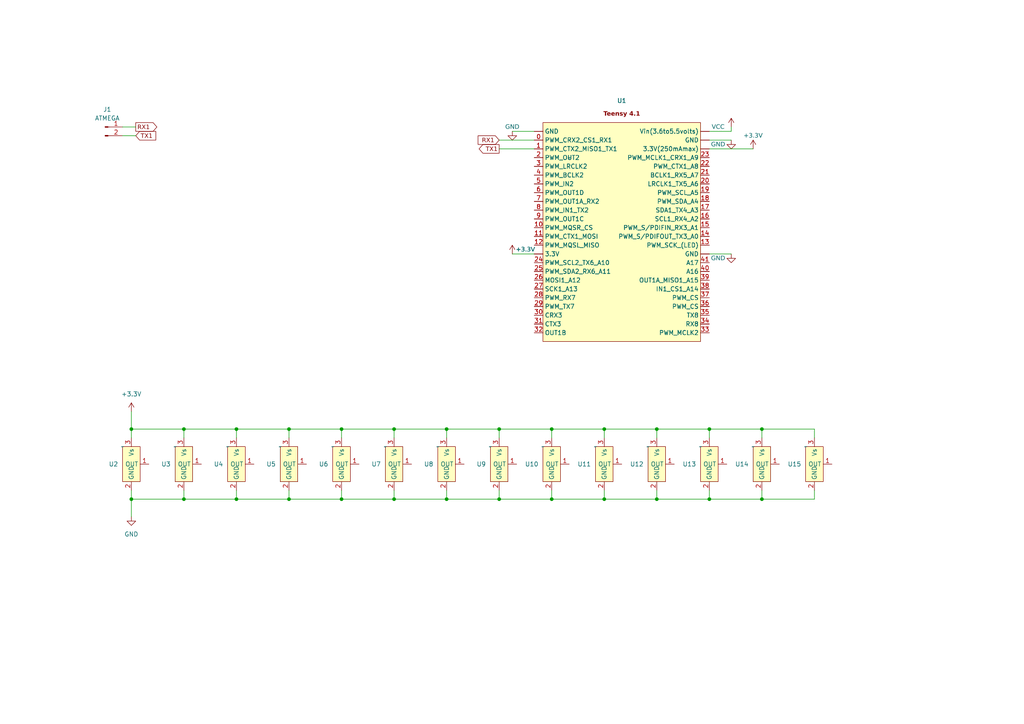
<source format=kicad_sch>
(kicad_sch (version 20230121) (generator eeschema)
  (paper "A4")
  (lib_symbols
    (symbol "@admixSymbols:TSSP58038"
      (property "Reference" "U" (at -2.54 0 0))
      (symbol "TSSP58038_1_1"
        (rectangle (start -2.54 5.08) (end 2.54 -5.08) (fill (type background)))
        (pin passive line (at 5.08 0 180) (length 2.54) (name "OUT") (number "1"))
        (pin passive line (at 0 -7.62 90) (length 2.54) (name "GND") (number "2"))
        (pin passive line (at 0 7.62 270) (length 2.54) (name "Vs") (number "3"))
      )
    )
    (symbol "@admixSymbols:teensy_4.1"
      (property "Reference" "U" (at 0 -5.08 0))
      (symbol "teensy_4.1_1_1"
        (rectangle (start -22.86 33.02) (end 22.86 -30.48) (fill (type background)))
        (text "Teensy 4.1" (at 0 35.56 0) (effects (font (size 1.27 1.27) bold)))
        (pin passive line (at -25.4 -5.08 0) (length 2.54) (name "3.3V") (number ""))
        (pin passive line (at 25.4 25.4 180) (length 2.54) (name "3.3V(250mAmax)") (number ""))
        (pin passive line (at -25.4 30.48 0) (length 2.54) (name "GND") (number ""))
        (pin passive line (at 25.4 -5.08 180) (length 2.54) (name "GND") (number ""))
        (pin passive line (at 25.4 27.94 180) (length 2.54) (name "GND") (number ""))
        (pin passive line (at 25.4 30.48 180) (length 2.54) (name "Vin(3.6to5.5volts)") (number ""))
        (pin passive line (at -25.4 27.94 0) (length 2.54) (name "PWM_CRX2_CS1_RX1") (number "0"))
        (pin passive line (at -25.4 25.4 0) (length 2.54) (name "PWM_CTX2_MISO1_TX1") (number "1"))
        (pin passive line (at -25.4 2.54 0) (length 2.54) (name "PWM_MQSR_CS") (number "10"))
        (pin passive line (at -25.4 0 0) (length 2.54) (name "PWM_CTX1_MOSI") (number "11"))
        (pin passive line (at -25.4 -2.54 0) (length 2.54) (name "PWM_MQSL_MISO") (number "12"))
        (pin passive line (at 25.4 -2.54 180) (length 2.54) (name "PWM_SCK_(LED)") (number "13"))
        (pin passive line (at 25.4 0 180) (length 2.54) (name "PWM_S/PDIFOUT_TX3_A0") (number "14"))
        (pin passive line (at 25.4 2.54 180) (length 2.54) (name "PWM_S/PDIFIN_RX3_A1") (number "15"))
        (pin passive line (at 25.4 5.08 180) (length 2.54) (name "SCL1_RX4_A2") (number "16"))
        (pin passive line (at 25.4 7.62 180) (length 2.54) (name "SDA1_TX4_A3") (number "17"))
        (pin passive line (at 25.4 10.16 180) (length 2.54) (name "PWM_SDA_A4") (number "18"))
        (pin passive line (at 25.4 12.7 180) (length 2.54) (name "PWM_SCL_A5") (number "19"))
        (pin passive line (at -25.4 22.86 0) (length 2.54) (name "PWM_OUT2") (number "2"))
        (pin passive line (at 25.4 15.24 180) (length 2.54) (name "LRCLK1_TX5_A6") (number "20"))
        (pin passive line (at 25.4 17.78 180) (length 2.54) (name "BCLK1_RX5_A7") (number "21"))
        (pin passive line (at 25.4 20.32 180) (length 2.54) (name "PWM_CTX1_A8") (number "22"))
        (pin passive line (at 25.4 22.86 180) (length 2.54) (name "PWM_MCLK1_CRX1_A9") (number "23"))
        (pin passive line (at -25.4 -7.62 0) (length 2.54) (name "PWM_SCL2_TX6_A10") (number "24"))
        (pin passive line (at -25.4 -10.16 0) (length 2.54) (name "PWM_SDA2_RX6_A11") (number "25"))
        (pin passive line (at -25.4 -12.7 0) (length 2.54) (name "MOSI1_A12") (number "26"))
        (pin passive line (at -25.4 -15.24 0) (length 2.54) (name "SCK1_A13") (number "27"))
        (pin passive line (at -25.4 -17.78 0) (length 2.54) (name "PWM_RX7") (number "28"))
        (pin passive line (at -25.4 -20.32 0) (length 2.54) (name "PWM_TX7") (number "29"))
        (pin passive line (at -25.4 20.32 0) (length 2.54) (name "PWM_LRCLK2") (number "3"))
        (pin passive line (at -25.4 -22.86 0) (length 2.54) (name "CRX3") (number "30"))
        (pin passive line (at -25.4 -25.4 0) (length 2.54) (name "CTX3") (number "31"))
        (pin passive line (at -25.4 -27.94 0) (length 2.54) (name "OUT1B") (number "32"))
        (pin passive line (at 25.4 -27.94 180) (length 2.54) (name "PWM_MCLK2") (number "33"))
        (pin passive line (at 25.4 -25.4 180) (length 2.54) (name "RX8") (number "34"))
        (pin passive line (at 25.4 -22.86 180) (length 2.54) (name "TX8") (number "35"))
        (pin passive line (at 25.4 -20.32 180) (length 2.54) (name "PWM_CS") (number "36"))
        (pin passive line (at 25.4 -17.78 180) (length 2.54) (name "PWM_CS") (number "37"))
        (pin passive line (at 25.4 -15.24 180) (length 2.54) (name "IN1_CS1_A14") (number "38"))
        (pin passive line (at 25.4 -12.7 180) (length 2.54) (name "OUT1A_MISO1_A15") (number "39"))
        (pin passive line (at -25.4 17.78 0) (length 2.54) (name "PWM_BCLK2") (number "4"))
        (pin passive line (at 25.4 -10.16 180) (length 2.54) (name "A16") (number "40"))
        (pin passive line (at 25.4 -7.62 180) (length 2.54) (name "A17") (number "41"))
        (pin passive line (at -25.4 15.24 0) (length 2.54) (name "PWM_IN2") (number "5"))
        (pin passive line (at -25.4 12.7 0) (length 2.54) (name "PWM_OUT1D") (number "6"))
        (pin passive line (at -25.4 10.16 0) (length 2.54) (name "PWM_OUT1A_RX2") (number "7"))
        (pin passive line (at -25.4 7.62 0) (length 2.54) (name "PWM_IN1_TX2") (number "8"))
        (pin passive line (at -25.4 5.08 0) (length 2.54) (name "PWM_OUT1C") (number "9"))
      )
    )
    (symbol "Connector:Conn_01x02_Pin" (pin_names (offset 1.016) hide)
      (property "Reference" "J" (at 0 2.54 0))
      (property "Value" "Conn_01x02_Pin" (at 0 -5.08 0))
      (symbol "Conn_01x02_Pin_1_1"
        (polyline (pts (xy 1.27 -2.54) (xy 0.8636 -2.54)) (stroke (width 0.1524)))
        (polyline (pts (xy 1.27 0) (xy 0.8636 0)) (stroke (width 0.1524)))
        (rectangle (start 0.8636 -2.413) (end 0 -2.667) (stroke (width 0.1524)) (fill (type outline)))
        (rectangle (start 0.8636 0.127) (end 0 -0.127) (stroke (width 0.1524)) (fill (type outline)))
        (pin passive line (at 5.08 0 180) (length 3.81) (name "Pin_1") (number "1"))
        (pin passive line (at 5.08 -2.54 180) (length 3.81) (name "Pin_2") (number "2"))
      )
    )
    (symbol "power:+3.3V" (power) (pin_names (offset 0))
      (property "Value" "+3.3V" (at 0 3.556 0))
      (symbol "+3.3V_0_1"
        (polyline (pts (xy -0.762 1.27) (xy 0 2.54)))
        (polyline (pts (xy 0 0) (xy 0 2.54)))
        (polyline (pts (xy 0 2.54) (xy 0.762 1.27)))
      )
      (symbol "+3.3V_1_1"
        (pin power_in line (at 0 0 90) (length 0) hide (name "+3.3V") (number "1"))
      )
    )
    (symbol "power:GND" (power) (pin_names (offset 0))
      (property "Value" "GND" (at 0 -3.81 0))
      (symbol "GND_0_1"
        (polyline (pts (xy 0 0) (xy 0 -1.27) (xy 1.27 -1.27) (xy 0 -2.54) (xy -1.27 -1.27) (xy 0 -1.27)))
      )
      (symbol "GND_1_1"
        (pin power_in line (at 0 0 270) (length 0) hide (name "GND") (number "1"))
      )
    )
    (symbol "power:VCC" (power) (pin_names (offset 0))
      (property "Value" "VCC" (at 0 3.81 0))
      (symbol "VCC_0_1"
        (polyline (pts (xy -0.762 1.27) (xy 0 2.54)))
        (polyline (pts (xy 0 0) (xy 0 2.54)))
        (polyline (pts (xy 0 2.54) (xy 0.762 1.27)))
      )
      (symbol "VCC_1_1"
        (pin power_in line (at 0 0 90) (length 0) hide (name "VCC") (number "1"))
      )
    )
  )
  (junction (at 114.3 144.78))
  (junction (at 129.54 144.78))
  (junction (at 68.58 144.78))
  (junction (at 99.06 144.78))
  (junction (at 175.26 124.46))
  (junction (at 205.74 144.78))
  (junction (at 190.5 124.46))
  (junction (at 175.26 144.78))
  (junction (at 220.98 124.46))
  (junction (at 83.82 124.46))
  (junction (at 205.74 124.46))
  (junction (at 160.02 124.46))
  (junction (at 38.1 144.78))
  (junction (at 38.1 124.46))
  (junction (at 99.06 124.46))
  (junction (at 68.58 124.46))
  (junction (at 144.78 144.78))
  (junction (at 53.34 144.78))
  (junction (at 144.78 124.46))
  (junction (at 83.82 144.78))
  (junction (at 220.98 144.78))
  (junction (at 129.54 124.46))
  (junction (at 114.3 124.46))
  (junction (at 53.34 124.46))
  (junction (at 190.5 144.78))
  (junction (at 160.02 144.78))
  (wire (pts (xy 83.82 144.78) (xy 68.58 144.78)))
  (wire (pts (xy 35.56 36.83) (xy 39.37 36.83)))
  (wire (pts (xy 236.22 124.46) (xy 220.98 124.46)))
  (wire (pts (xy 205.74 144.78) (xy 190.5 144.78)))
  (wire (pts (xy 68.58 124.46) (xy 53.34 124.46)))
  (wire (pts (xy 205.74 124.46) (xy 190.5 124.46)))
  (wire (pts (xy 114.3 127) (xy 114.3 124.46)))
  (wire (pts (xy 160.02 124.46) (xy 144.78 124.46)))
  (wire (pts (xy 220.98 124.46) (xy 205.74 124.46)))
  (wire (pts (xy 99.06 142.24) (xy 99.06 144.78)))
  (wire (pts (xy 129.54 142.24) (xy 129.54 144.78)))
  (wire (pts (xy 68.58 144.78) (xy 53.34 144.78)))
  (wire (pts (xy 53.34 124.46) (xy 38.1 124.46)))
  (wire (pts (xy 190.5 127) (xy 190.5 124.46)))
  (wire (pts (xy 114.3 144.78) (xy 99.06 144.78)))
  (wire (pts (xy 83.82 142.24) (xy 83.82 144.78)))
  (wire (pts (xy 144.78 43.18) (xy 154.94 43.18)))
  (wire (pts (xy 236.22 144.78) (xy 220.98 144.78)))
  (wire (pts (xy 68.58 127) (xy 68.58 124.46)))
  (wire (pts (xy 129.54 144.78) (xy 114.3 144.78)))
  (wire (pts (xy 38.1 144.78) (xy 38.1 149.86)))
  (wire (pts (xy 205.74 127) (xy 205.74 124.46)))
  (wire (pts (xy 220.98 127) (xy 220.98 124.46)))
  (wire (pts (xy 53.34 144.78) (xy 38.1 144.78)))
  (wire (pts (xy 38.1 124.46) (xy 38.1 127)))
  (wire (pts (xy 114.3 142.24) (xy 114.3 144.78)))
  (wire (pts (xy 144.78 142.24) (xy 144.78 144.78)))
  (wire (pts (xy 129.54 124.46) (xy 114.3 124.46)))
  (wire (pts (xy 35.56 39.37) (xy 39.37 39.37)))
  (wire (pts (xy 83.82 124.46) (xy 68.58 124.46)))
  (wire (pts (xy 114.3 124.46) (xy 99.06 124.46)))
  (wire (pts (xy 212.09 38.1) (xy 212.09 36.83)))
  (wire (pts (xy 68.58 142.24) (xy 68.58 144.78)))
  (wire (pts (xy 236.22 142.24) (xy 236.22 144.78)))
  (wire (pts (xy 190.5 144.78) (xy 175.26 144.78)))
  (wire (pts (xy 205.74 38.1) (xy 212.09 38.1)))
  (wire (pts (xy 190.5 142.24) (xy 190.5 144.78)))
  (wire (pts (xy 148.59 38.1) (xy 154.94 38.1)))
  (wire (pts (xy 205.74 43.18) (xy 218.44 43.18)))
  (wire (pts (xy 160.02 142.24) (xy 160.02 144.78)))
  (wire (pts (xy 53.34 142.24) (xy 53.34 144.78)))
  (wire (pts (xy 144.78 144.78) (xy 129.54 144.78)))
  (wire (pts (xy 205.74 142.24) (xy 205.74 144.78)))
  (wire (pts (xy 99.06 127) (xy 99.06 124.46)))
  (wire (pts (xy 220.98 142.24) (xy 220.98 144.78)))
  (wire (pts (xy 175.26 144.78) (xy 160.02 144.78)))
  (wire (pts (xy 144.78 40.64) (xy 154.94 40.64)))
  (wire (pts (xy 212.09 40.64) (xy 205.74 40.64)))
  (wire (pts (xy 190.5 124.46) (xy 175.26 124.46)))
  (wire (pts (xy 175.26 124.46) (xy 160.02 124.46)))
  (wire (pts (xy 83.82 127) (xy 83.82 124.46)))
  (wire (pts (xy 175.26 127) (xy 175.26 124.46)))
  (wire (pts (xy 144.78 124.46) (xy 129.54 124.46)))
  (wire (pts (xy 236.22 127) (xy 236.22 124.46)))
  (wire (pts (xy 160.02 127) (xy 160.02 124.46)))
  (wire (pts (xy 148.59 73.66) (xy 154.94 73.66)))
  (wire (pts (xy 53.34 127) (xy 53.34 124.46)))
  (wire (pts (xy 99.06 144.78) (xy 83.82 144.78)))
  (wire (pts (xy 38.1 119.38) (xy 38.1 124.46)))
  (wire (pts (xy 212.09 73.66) (xy 205.74 73.66)))
  (wire (pts (xy 99.06 124.46) (xy 83.82 124.46)))
  (wire (pts (xy 175.26 142.24) (xy 175.26 144.78)))
  (wire (pts (xy 220.98 144.78) (xy 205.74 144.78)))
  (wire (pts (xy 38.1 142.24) (xy 38.1 144.78)))
  (wire (pts (xy 160.02 144.78) (xy 144.78 144.78)))
  (wire (pts (xy 129.54 127) (xy 129.54 124.46)))
  (wire (pts (xy 144.78 127) (xy 144.78 124.46)))
  (global_label "RX1" (shape output) (at 39.37 36.83 0) (property "Intersheetrefs" "${INTERSHEET_REFS}" (effects hide)))
  (global_label "RX1" (shape input) (at 144.78 40.64 180) (property "Intersheetrefs" "${INTERSHEET_REFS}" (effects hide)))
  (global_label "TX1" (shape output) (at 144.78 43.18 180) (property "Intersheetrefs" "${INTERSHEET_REFS}" (effects hide)))
  (global_label "TX1" (shape input) (at 39.37 39.37 0) (property "Intersheetrefs" "${INTERSHEET_REFS}" (effects hide)))
  (symbol (lib_id "@admixSymbols:TSSP58038") (at 38.1 134.62 0) (unit 1)
    (property "Reference" "U2" (at 34.29 134.62 0) (effects (justify right)))
    (property "Value" "~" (at 35.56 129.54 0))
  )
  (symbol (lib_id "@admixSymbols:TSSP58038") (at 160.02 134.62 0) (unit 1)
    (property "Reference" "U10" (at 156.21 134.62 0) (effects (justify right)))
    (property "Value" "~" (at 157.48 129.54 0))
  )
  (symbol (lib_id "@admixSymbols:TSSP58038") (at 144.78 134.62 0) (unit 1)
    (property "Reference" "U9" (at 140.97 134.62 0) (effects (justify right)))
    (property "Value" "~" (at 142.24 129.54 0))
  )
  (symbol (lib_id "@admixSymbols:TSSP58038") (at 236.22 134.62 0) (unit 1)
    (property "Reference" "U15" (at 232.41 134.62 0) (effects (justify right)))
    (property "Value" "~" (at 233.68 129.54 0))
  )
  (symbol (lib_id "power:+3.3V") (at 38.1 119.38 0) (unit 1)
    (property "Reference" "#PWR08" (effects hide))
    (property "Value" "+3.3V" (at 38.1 114.3 0))
  )
  (symbol (lib_id "power:GND") (at 148.59 38.1 0) (unit 1)
    (property "Reference" "#PWR01" (effects hide))
    (property "Value" "GND" (at 148.59 36.83 0))
  )
  (symbol (lib_id "@admixSymbols:TSSP58038") (at 175.26 134.62 0) (unit 1)
    (property "Reference" "U11" (at 171.45 134.62 0) (effects (justify right)))
    (property "Value" "~" (at 172.72 129.54 0))
  )
  (symbol (lib_id "@admixSymbols:TSSP58038") (at 129.54 134.62 0) (unit 1)
    (property "Reference" "U8" (at 125.73 134.62 0) (effects (justify right)))
    (property "Value" "~" (at 127 129.54 0))
  )
  (symbol (lib_id "@admixSymbols:TSSP58038") (at 205.74 134.62 0) (unit 1)
    (property "Reference" "U13" (at 201.93 134.62 0) (effects (justify right)))
    (property "Value" "~" (at 203.2 129.54 0))
  )
  (symbol (lib_id "@admixSymbols:TSSP58038") (at 53.34 134.62 0) (unit 1)
    (property "Reference" "U3" (at 49.53 134.62 0) (effects (justify right)))
    (property "Value" "~" (at 50.8 129.54 0))
  )
  (symbol (lib_id "power:GND") (at 212.09 73.66 0) (unit 1)
    (property "Reference" "#PWR03" (effects hide))
    (property "Value" "GND" (at 208.28 74.93 0))
  )
  (symbol (lib_id "@admixSymbols:teensy_4.1") (at 180.34 68.58 0) (unit 1)
    (property "Reference" "U1" (at 180.34 29.21 0))
    (property "Value" "~" (at 165.1 45.72 0))
  )
  (symbol (lib_id "@admixSymbols:TSSP58038") (at 114.3 134.62 0) (unit 1)
    (property "Reference" "U7" (at 110.49 134.62 0) (effects (justify right)))
    (property "Value" "~" (at 111.76 129.54 0))
  )
  (symbol (lib_id "power:GND") (at 212.09 40.64 0) (unit 1)
    (property "Reference" "#PWR02" (effects hide))
    (property "Value" "GND" (at 208.28 41.91 0))
  )
  (symbol (lib_id "power:+3.3V") (at 218.44 43.18 0) (unit 1)
    (property "Reference" "#PWR06" (effects hide))
    (property "Value" "+3.3V" (at 218.44 39.37 0))
  )
  (symbol (lib_id "@admixSymbols:TSSP58038") (at 83.82 134.62 0) (unit 1)
    (property "Reference" "U5" (at 80.01 134.62 0) (effects (justify right)))
    (property "Value" "~" (at 81.28 129.54 0))
  )
  (symbol (lib_id "@admixSymbols:TSSP58038") (at 99.06 134.62 0) (unit 1)
    (property "Reference" "U6" (at 95.25 134.62 0) (effects (justify right)))
    (property "Value" "~" (at 96.52 129.54 0))
  )
  (symbol (lib_id "power:+3.3V") (at 148.59 73.66 0) (unit 1)
    (property "Reference" "#PWR05" (effects hide))
    (property "Value" "+3.3V" (at 152.4 72.39 0))
  )
  (symbol (lib_id "power:VCC") (at 212.09 36.83 0) (unit 1)
    (property "Reference" "#PWR04" (effects hide))
    (property "Value" "VCC" (at 208.28 36.83 0))
  )
  (symbol (lib_id "@admixSymbols:TSSP58038") (at 68.58 134.62 0) (unit 1)
    (property "Reference" "U4" (at 64.77 134.62 0) (effects (justify right)))
    (property "Value" "~" (at 66.04 129.54 0))
  )
  (symbol (lib_id "@admixSymbols:TSSP58038") (at 220.98 134.62 0) (unit 1)
    (property "Reference" "U14" (at 217.17 134.62 0) (effects (justify right)))
    (property "Value" "~" (at 218.44 129.54 0))
  )
  (symbol (lib_id "Connector:Conn_01x02_Pin") (at 30.48 36.83 0) (unit 1)
    (property "Reference" "J1" (at 31.115 31.75 0))
    (property "Value" "ATMEGA" (at 31.115 34.29 0))
  )
  (symbol (lib_id "@admixSymbols:TSSP58038") (at 190.5 134.62 0) (unit 1)
    (property "Reference" "U12" (at 186.69 134.62 0) (effects (justify right)))
    (property "Value" "~" (at 187.96 129.54 0))
  )
  (symbol (lib_id "power:GND") (at 38.1 149.86 0) (unit 1)
    (property "Reference" "#PWR09" (effects hide))
    (property "Value" "GND" (at 38.1 154.94 0))
  )
)
</source>
